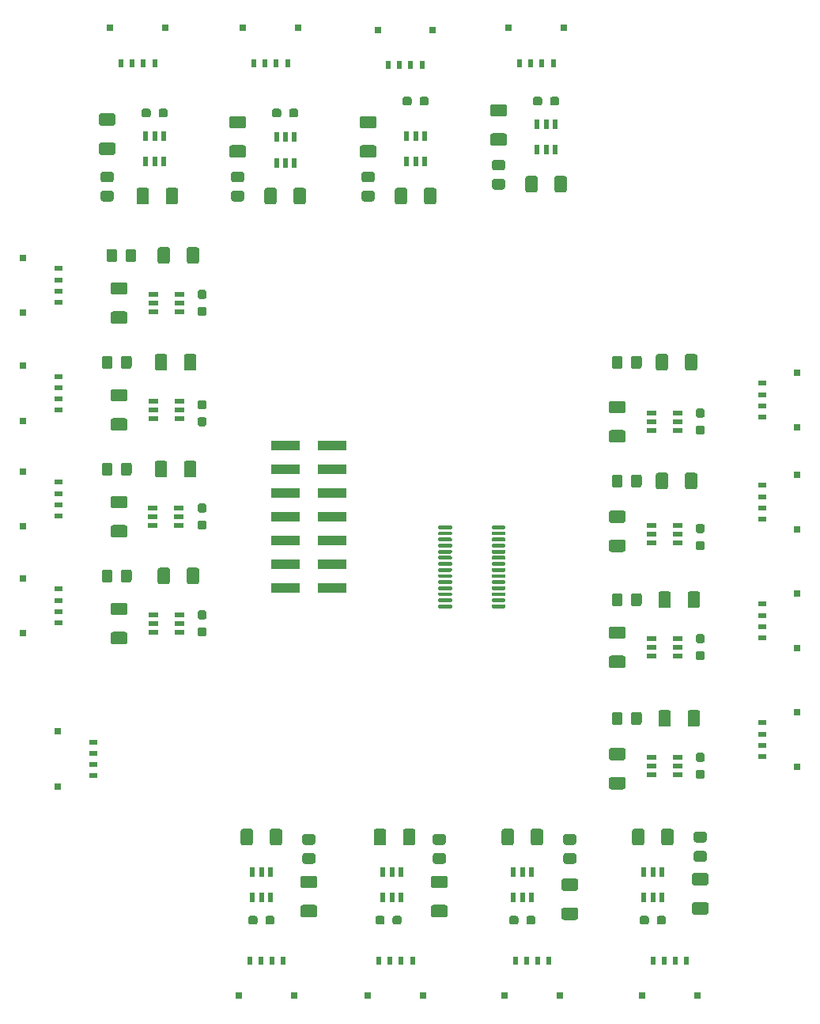
<source format=gbr>
%TF.GenerationSoftware,KiCad,Pcbnew,(5.1.9)-1*%
%TF.CreationDate,2021-03-29T16:21:42+05:30*%
%TF.ProjectId,LightStage,4c696768-7453-4746-9167-652e6b696361,rev?*%
%TF.SameCoordinates,Original*%
%TF.FileFunction,Paste,Top*%
%TF.FilePolarity,Positive*%
%FSLAX46Y46*%
G04 Gerber Fmt 4.6, Leading zero omitted, Abs format (unit mm)*
G04 Created by KiCad (PCBNEW (5.1.9)-1) date 2021-03-29 16:21:42*
%MOMM*%
%LPD*%
G01*
G04 APERTURE LIST*
%ADD10R,0.700000X0.800000*%
%ADD11R,0.600000X0.850000*%
%ADD12R,0.800000X0.700000*%
%ADD13R,0.850000X0.600000*%
%ADD14R,3.150000X1.000000*%
%ADD15R,0.558000X0.997699*%
%ADD16R,0.997699X0.558000*%
G04 APERTURE END LIST*
D10*
%TO.C,J5*%
X43001999Y-43468999D03*
X48902000Y-43468999D03*
D11*
X44152000Y-47244000D03*
X45352000Y-47244000D03*
X46552000Y-47244000D03*
X47752000Y-47244000D03*
%TD*%
D12*
%TO.C,J9*%
X116551001Y-91261999D03*
X116551001Y-97162000D03*
D13*
X112776000Y-92412000D03*
X112776000Y-93612000D03*
X112776000Y-94812000D03*
X112776000Y-96012000D03*
%TD*%
D12*
%TO.C,J6*%
X116551001Y-80339999D03*
X116551001Y-86240000D03*
D13*
X112776000Y-81490000D03*
X112776000Y-82690000D03*
X112776000Y-83890000D03*
X112776000Y-85090000D03*
%TD*%
D10*
%TO.C,J7*%
X85673999Y-43468999D03*
X91574000Y-43468999D03*
D11*
X86824000Y-47244000D03*
X88024000Y-47244000D03*
X89224000Y-47244000D03*
X90424000Y-47244000D03*
%TD*%
D10*
%TO.C,J8*%
X71628000Y-43688000D03*
X77528001Y-43688000D03*
D11*
X72778001Y-47463001D03*
X73978001Y-47463001D03*
X75178001Y-47463001D03*
X76378001Y-47463001D03*
%TD*%
D10*
%TO.C,J4*%
X57225999Y-43468999D03*
X63126000Y-43468999D03*
D11*
X58376000Y-47244000D03*
X59576000Y-47244000D03*
X60776000Y-47244000D03*
X61976000Y-47244000D03*
%TD*%
D10*
%TO.C,J13*%
X62662001Y-147031001D03*
X56762000Y-147031001D03*
D11*
X61512000Y-143256000D03*
X60312000Y-143256000D03*
X59112000Y-143256000D03*
X57912000Y-143256000D03*
%TD*%
D12*
%TO.C,J20*%
X37372999Y-124638001D03*
X37372999Y-118738000D03*
D13*
X41148000Y-123488000D03*
X41148000Y-122288000D03*
X41148000Y-121088000D03*
X41148000Y-119888000D03*
%TD*%
D12*
%TO.C,J19*%
X33689999Y-73965001D03*
X33689999Y-68065000D03*
D13*
X37465000Y-72815000D03*
X37465000Y-71615000D03*
X37465000Y-70415000D03*
X37465000Y-69215000D03*
%TD*%
D12*
%TO.C,J18*%
X33689999Y-108255001D03*
X33689999Y-102355000D03*
D13*
X37465000Y-107105000D03*
X37465000Y-105905000D03*
X37465000Y-104705000D03*
X37465000Y-103505000D03*
%TD*%
D12*
%TO.C,J17*%
X33689999Y-96825001D03*
X33689999Y-90925000D03*
D13*
X37465000Y-95675000D03*
X37465000Y-94475000D03*
X37465000Y-93275000D03*
X37465000Y-92075000D03*
%TD*%
D12*
%TO.C,J16*%
X33689999Y-85522001D03*
X33689999Y-79622000D03*
D13*
X37465000Y-84372000D03*
X37465000Y-83172000D03*
X37465000Y-81972000D03*
X37465000Y-80772000D03*
%TD*%
D10*
%TO.C,J15*%
X91110001Y-147031001D03*
X85210000Y-147031001D03*
D11*
X89960000Y-143256000D03*
X88760000Y-143256000D03*
X87560000Y-143256000D03*
X86360000Y-143256000D03*
%TD*%
D10*
%TO.C,J14*%
X76505001Y-147031001D03*
X70605000Y-147031001D03*
D11*
X75355000Y-143256000D03*
X74155000Y-143256000D03*
X72955000Y-143256000D03*
X71755000Y-143256000D03*
%TD*%
D12*
%TO.C,J12*%
X116551001Y-103961999D03*
X116551001Y-109862000D03*
D13*
X112776000Y-105112000D03*
X112776000Y-106312000D03*
X112776000Y-107512000D03*
X112776000Y-108712000D03*
%TD*%
D12*
%TO.C,J11*%
X116551001Y-116661999D03*
X116551001Y-122562000D03*
D13*
X112776000Y-117812000D03*
X112776000Y-119012000D03*
X112776000Y-120212000D03*
X112776000Y-121412000D03*
%TD*%
D10*
%TO.C,J10*%
X105842001Y-147031001D03*
X99942000Y-147031001D03*
D11*
X104692000Y-143256000D03*
X103492000Y-143256000D03*
X102292000Y-143256000D03*
X101092000Y-143256000D03*
%TD*%
D14*
%TO.C,J1*%
X66787000Y-103378000D03*
X61737000Y-103378000D03*
X66787000Y-100838000D03*
X61737000Y-100838000D03*
X66787000Y-98298000D03*
X61737000Y-98298000D03*
X66787000Y-95758000D03*
X61737000Y-95758000D03*
X66787000Y-93218000D03*
X61737000Y-93218000D03*
X66787000Y-90678000D03*
X61737000Y-90678000D03*
X66787000Y-88138000D03*
X61737000Y-88138000D03*
%TD*%
%TO.C,R19*%
G36*
G01*
X106409500Y-85173000D02*
X105934500Y-85173000D01*
G75*
G02*
X105697000Y-84935500I0J237500D01*
G01*
X105697000Y-84435500D01*
G75*
G02*
X105934500Y-84198000I237500J0D01*
G01*
X106409500Y-84198000D01*
G75*
G02*
X106647000Y-84435500I0J-237500D01*
G01*
X106647000Y-84935500D01*
G75*
G02*
X106409500Y-85173000I-237500J0D01*
G01*
G37*
G36*
G01*
X106409500Y-86998000D02*
X105934500Y-86998000D01*
G75*
G02*
X105697000Y-86760500I0J237500D01*
G01*
X105697000Y-86260500D01*
G75*
G02*
X105934500Y-86023000I237500J0D01*
G01*
X106409500Y-86023000D01*
G75*
G02*
X106647000Y-86260500I0J-237500D01*
G01*
X106647000Y-86760500D01*
G75*
G02*
X106409500Y-86998000I-237500J0D01*
G01*
G37*
%TD*%
%TO.C,R18*%
G36*
G01*
X106409500Y-97515500D02*
X105934500Y-97515500D01*
G75*
G02*
X105697000Y-97278000I0J237500D01*
G01*
X105697000Y-96778000D01*
G75*
G02*
X105934500Y-96540500I237500J0D01*
G01*
X106409500Y-96540500D01*
G75*
G02*
X106647000Y-96778000I0J-237500D01*
G01*
X106647000Y-97278000D01*
G75*
G02*
X106409500Y-97515500I-237500J0D01*
G01*
G37*
G36*
G01*
X106409500Y-99340500D02*
X105934500Y-99340500D01*
G75*
G02*
X105697000Y-99103000I0J237500D01*
G01*
X105697000Y-98603000D01*
G75*
G02*
X105934500Y-98365500I237500J0D01*
G01*
X106409500Y-98365500D01*
G75*
G02*
X106647000Y-98603000I0J-237500D01*
G01*
X106647000Y-99103000D01*
G75*
G02*
X106409500Y-99340500I-237500J0D01*
G01*
G37*
%TD*%
%TO.C,R17*%
G36*
G01*
X61297000Y-52340500D02*
X61297000Y-52815500D01*
G75*
G02*
X61059500Y-53053000I-237500J0D01*
G01*
X60559500Y-53053000D01*
G75*
G02*
X60322000Y-52815500I0J237500D01*
G01*
X60322000Y-52340500D01*
G75*
G02*
X60559500Y-52103000I237500J0D01*
G01*
X61059500Y-52103000D01*
G75*
G02*
X61297000Y-52340500I0J-237500D01*
G01*
G37*
G36*
G01*
X63122000Y-52340500D02*
X63122000Y-52815500D01*
G75*
G02*
X62884500Y-53053000I-237500J0D01*
G01*
X62384500Y-53053000D01*
G75*
G02*
X62147000Y-52815500I0J237500D01*
G01*
X62147000Y-52340500D01*
G75*
G02*
X62384500Y-52103000I237500J0D01*
G01*
X62884500Y-52103000D01*
G75*
G02*
X63122000Y-52340500I0J-237500D01*
G01*
G37*
%TD*%
%TO.C,R16*%
G36*
G01*
X75267000Y-51070500D02*
X75267000Y-51545500D01*
G75*
G02*
X75029500Y-51783000I-237500J0D01*
G01*
X74529500Y-51783000D01*
G75*
G02*
X74292000Y-51545500I0J237500D01*
G01*
X74292000Y-51070500D01*
G75*
G02*
X74529500Y-50833000I237500J0D01*
G01*
X75029500Y-50833000D01*
G75*
G02*
X75267000Y-51070500I0J-237500D01*
G01*
G37*
G36*
G01*
X77092000Y-51070500D02*
X77092000Y-51545500D01*
G75*
G02*
X76854500Y-51783000I-237500J0D01*
G01*
X76354500Y-51783000D01*
G75*
G02*
X76117000Y-51545500I0J237500D01*
G01*
X76117000Y-51070500D01*
G75*
G02*
X76354500Y-50833000I237500J0D01*
G01*
X76854500Y-50833000D01*
G75*
G02*
X77092000Y-51070500I0J-237500D01*
G01*
G37*
%TD*%
%TO.C,R15*%
G36*
G01*
X89237000Y-51070500D02*
X89237000Y-51545500D01*
G75*
G02*
X88999500Y-51783000I-237500J0D01*
G01*
X88499500Y-51783000D01*
G75*
G02*
X88262000Y-51545500I0J237500D01*
G01*
X88262000Y-51070500D01*
G75*
G02*
X88499500Y-50833000I237500J0D01*
G01*
X88999500Y-50833000D01*
G75*
G02*
X89237000Y-51070500I0J-237500D01*
G01*
G37*
G36*
G01*
X91062000Y-51070500D02*
X91062000Y-51545500D01*
G75*
G02*
X90824500Y-51783000I-237500J0D01*
G01*
X90324500Y-51783000D01*
G75*
G02*
X90087000Y-51545500I0J237500D01*
G01*
X90087000Y-51070500D01*
G75*
G02*
X90324500Y-50833000I237500J0D01*
G01*
X90824500Y-50833000D01*
G75*
G02*
X91062000Y-51070500I0J-237500D01*
G01*
G37*
%TD*%
%TO.C,R14*%
G36*
G01*
X47327000Y-52340500D02*
X47327000Y-52815500D01*
G75*
G02*
X47089500Y-53053000I-237500J0D01*
G01*
X46589500Y-53053000D01*
G75*
G02*
X46352000Y-52815500I0J237500D01*
G01*
X46352000Y-52340500D01*
G75*
G02*
X46589500Y-52103000I237500J0D01*
G01*
X47089500Y-52103000D01*
G75*
G02*
X47327000Y-52340500I0J-237500D01*
G01*
G37*
G36*
G01*
X49152000Y-52340500D02*
X49152000Y-52815500D01*
G75*
G02*
X48914500Y-53053000I-237500J0D01*
G01*
X48414500Y-53053000D01*
G75*
G02*
X48177000Y-52815500I0J237500D01*
G01*
X48177000Y-52340500D01*
G75*
G02*
X48414500Y-52103000I237500J0D01*
G01*
X48914500Y-52103000D01*
G75*
G02*
X49152000Y-52340500I0J-237500D01*
G01*
G37*
%TD*%
%TO.C,R13*%
G36*
G01*
X106409500Y-109303000D02*
X105934500Y-109303000D01*
G75*
G02*
X105697000Y-109065500I0J237500D01*
G01*
X105697000Y-108565500D01*
G75*
G02*
X105934500Y-108328000I237500J0D01*
G01*
X106409500Y-108328000D01*
G75*
G02*
X106647000Y-108565500I0J-237500D01*
G01*
X106647000Y-109065500D01*
G75*
G02*
X106409500Y-109303000I-237500J0D01*
G01*
G37*
G36*
G01*
X106409500Y-111128000D02*
X105934500Y-111128000D01*
G75*
G02*
X105697000Y-110890500I0J237500D01*
G01*
X105697000Y-110390500D01*
G75*
G02*
X105934500Y-110153000I237500J0D01*
G01*
X106409500Y-110153000D01*
G75*
G02*
X106647000Y-110390500I0J-237500D01*
G01*
X106647000Y-110890500D01*
G75*
G02*
X106409500Y-111128000I-237500J0D01*
G01*
G37*
%TD*%
%TO.C,R12*%
G36*
G01*
X106409500Y-122003000D02*
X105934500Y-122003000D01*
G75*
G02*
X105697000Y-121765500I0J237500D01*
G01*
X105697000Y-121265500D01*
G75*
G02*
X105934500Y-121028000I237500J0D01*
G01*
X106409500Y-121028000D01*
G75*
G02*
X106647000Y-121265500I0J-237500D01*
G01*
X106647000Y-121765500D01*
G75*
G02*
X106409500Y-122003000I-237500J0D01*
G01*
G37*
G36*
G01*
X106409500Y-123828000D02*
X105934500Y-123828000D01*
G75*
G02*
X105697000Y-123590500I0J237500D01*
G01*
X105697000Y-123090500D01*
G75*
G02*
X105934500Y-122853000I237500J0D01*
G01*
X106409500Y-122853000D01*
G75*
G02*
X106647000Y-123090500I0J-237500D01*
G01*
X106647000Y-123590500D01*
G75*
G02*
X106409500Y-123828000I-237500J0D01*
G01*
G37*
%TD*%
%TO.C,R11*%
G36*
G01*
X87547000Y-139175500D02*
X87547000Y-138700500D01*
G75*
G02*
X87784500Y-138463000I237500J0D01*
G01*
X88284500Y-138463000D01*
G75*
G02*
X88522000Y-138700500I0J-237500D01*
G01*
X88522000Y-139175500D01*
G75*
G02*
X88284500Y-139413000I-237500J0D01*
G01*
X87784500Y-139413000D01*
G75*
G02*
X87547000Y-139175500I0J237500D01*
G01*
G37*
G36*
G01*
X85722000Y-139175500D02*
X85722000Y-138700500D01*
G75*
G02*
X85959500Y-138463000I237500J0D01*
G01*
X86459500Y-138463000D01*
G75*
G02*
X86697000Y-138700500I0J-237500D01*
G01*
X86697000Y-139175500D01*
G75*
G02*
X86459500Y-139413000I-237500J0D01*
G01*
X85959500Y-139413000D01*
G75*
G02*
X85722000Y-139175500I0J237500D01*
G01*
G37*
%TD*%
%TO.C,R10*%
G36*
G01*
X101517000Y-139175500D02*
X101517000Y-138700500D01*
G75*
G02*
X101754500Y-138463000I237500J0D01*
G01*
X102254500Y-138463000D01*
G75*
G02*
X102492000Y-138700500I0J-237500D01*
G01*
X102492000Y-139175500D01*
G75*
G02*
X102254500Y-139413000I-237500J0D01*
G01*
X101754500Y-139413000D01*
G75*
G02*
X101517000Y-139175500I0J237500D01*
G01*
G37*
G36*
G01*
X99692000Y-139175500D02*
X99692000Y-138700500D01*
G75*
G02*
X99929500Y-138463000I237500J0D01*
G01*
X100429500Y-138463000D01*
G75*
G02*
X100667000Y-138700500I0J-237500D01*
G01*
X100667000Y-139175500D01*
G75*
G02*
X100429500Y-139413000I-237500J0D01*
G01*
X99929500Y-139413000D01*
G75*
G02*
X99692000Y-139175500I0J237500D01*
G01*
G37*
%TD*%
%TO.C,L16*%
G36*
G01*
X98757000Y-79698001D02*
X98757000Y-78797999D01*
G75*
G02*
X99006999Y-78548000I249999J0D01*
G01*
X99657001Y-78548000D01*
G75*
G02*
X99907000Y-78797999I0J-249999D01*
G01*
X99907000Y-79698001D01*
G75*
G02*
X99657001Y-79948000I-249999J0D01*
G01*
X99006999Y-79948000D01*
G75*
G02*
X98757000Y-79698001I0J249999D01*
G01*
G37*
G36*
G01*
X96707000Y-79698001D02*
X96707000Y-78797999D01*
G75*
G02*
X96956999Y-78548000I249999J0D01*
G01*
X97607001Y-78548000D01*
G75*
G02*
X97857000Y-78797999I0J-249999D01*
G01*
X97857000Y-79698001D01*
G75*
G02*
X97607001Y-79948000I-249999J0D01*
G01*
X96956999Y-79948000D01*
G75*
G02*
X96707000Y-79698001I0J249999D01*
G01*
G37*
%TD*%
%TO.C,L15*%
G36*
G01*
X98757000Y-92398001D02*
X98757000Y-91497999D01*
G75*
G02*
X99006999Y-91248000I249999J0D01*
G01*
X99657001Y-91248000D01*
G75*
G02*
X99907000Y-91497999I0J-249999D01*
G01*
X99907000Y-92398001D01*
G75*
G02*
X99657001Y-92648000I-249999J0D01*
G01*
X99006999Y-92648000D01*
G75*
G02*
X98757000Y-92398001I0J249999D01*
G01*
G37*
G36*
G01*
X96707000Y-92398001D02*
X96707000Y-91497999D01*
G75*
G02*
X96956999Y-91248000I249999J0D01*
G01*
X97607001Y-91248000D01*
G75*
G02*
X97857000Y-91497999I0J-249999D01*
G01*
X97857000Y-92398001D01*
G75*
G02*
X97607001Y-92648000I-249999J0D01*
G01*
X96956999Y-92648000D01*
G75*
G02*
X96707000Y-92398001I0J249999D01*
G01*
G37*
%TD*%
%TO.C,L14*%
G36*
G01*
X57092001Y-59993000D02*
X56191999Y-59993000D01*
G75*
G02*
X55942000Y-59743001I0J249999D01*
G01*
X55942000Y-59092999D01*
G75*
G02*
X56191999Y-58843000I249999J0D01*
G01*
X57092001Y-58843000D01*
G75*
G02*
X57342000Y-59092999I0J-249999D01*
G01*
X57342000Y-59743001D01*
G75*
G02*
X57092001Y-59993000I-249999J0D01*
G01*
G37*
G36*
G01*
X57092001Y-62043000D02*
X56191999Y-62043000D01*
G75*
G02*
X55942000Y-61793001I0J249999D01*
G01*
X55942000Y-61142999D01*
G75*
G02*
X56191999Y-60893000I249999J0D01*
G01*
X57092001Y-60893000D01*
G75*
G02*
X57342000Y-61142999I0J-249999D01*
G01*
X57342000Y-61793001D01*
G75*
G02*
X57092001Y-62043000I-249999J0D01*
G01*
G37*
%TD*%
%TO.C,L13*%
G36*
G01*
X71062001Y-59993000D02*
X70161999Y-59993000D01*
G75*
G02*
X69912000Y-59743001I0J249999D01*
G01*
X69912000Y-59092999D01*
G75*
G02*
X70161999Y-58843000I249999J0D01*
G01*
X71062001Y-58843000D01*
G75*
G02*
X71312000Y-59092999I0J-249999D01*
G01*
X71312000Y-59743001D01*
G75*
G02*
X71062001Y-59993000I-249999J0D01*
G01*
G37*
G36*
G01*
X71062001Y-62043000D02*
X70161999Y-62043000D01*
G75*
G02*
X69912000Y-61793001I0J249999D01*
G01*
X69912000Y-61142999D01*
G75*
G02*
X70161999Y-60893000I249999J0D01*
G01*
X71062001Y-60893000D01*
G75*
G02*
X71312000Y-61142999I0J-249999D01*
G01*
X71312000Y-61793001D01*
G75*
G02*
X71062001Y-62043000I-249999J0D01*
G01*
G37*
%TD*%
%TO.C,L12*%
G36*
G01*
X85032001Y-58723000D02*
X84131999Y-58723000D01*
G75*
G02*
X83882000Y-58473001I0J249999D01*
G01*
X83882000Y-57822999D01*
G75*
G02*
X84131999Y-57573000I249999J0D01*
G01*
X85032001Y-57573000D01*
G75*
G02*
X85282000Y-57822999I0J-249999D01*
G01*
X85282000Y-58473001D01*
G75*
G02*
X85032001Y-58723000I-249999J0D01*
G01*
G37*
G36*
G01*
X85032001Y-60773000D02*
X84131999Y-60773000D01*
G75*
G02*
X83882000Y-60523001I0J249999D01*
G01*
X83882000Y-59872999D01*
G75*
G02*
X84131999Y-59623000I249999J0D01*
G01*
X85032001Y-59623000D01*
G75*
G02*
X85282000Y-59872999I0J-249999D01*
G01*
X85282000Y-60523001D01*
G75*
G02*
X85032001Y-60773000I-249999J0D01*
G01*
G37*
%TD*%
%TO.C,L11*%
G36*
G01*
X43122001Y-59993000D02*
X42221999Y-59993000D01*
G75*
G02*
X41972000Y-59743001I0J249999D01*
G01*
X41972000Y-59092999D01*
G75*
G02*
X42221999Y-58843000I249999J0D01*
G01*
X43122001Y-58843000D01*
G75*
G02*
X43372000Y-59092999I0J-249999D01*
G01*
X43372000Y-59743001D01*
G75*
G02*
X43122001Y-59993000I-249999J0D01*
G01*
G37*
G36*
G01*
X43122001Y-62043000D02*
X42221999Y-62043000D01*
G75*
G02*
X41972000Y-61793001I0J249999D01*
G01*
X41972000Y-61142999D01*
G75*
G02*
X42221999Y-60893000I249999J0D01*
G01*
X43122001Y-60893000D01*
G75*
G02*
X43372000Y-61142999I0J-249999D01*
G01*
X43372000Y-61793001D01*
G75*
G02*
X43122001Y-62043000I-249999J0D01*
G01*
G37*
%TD*%
%TO.C,L10*%
G36*
G01*
X98757000Y-105098001D02*
X98757000Y-104197999D01*
G75*
G02*
X99006999Y-103948000I249999J0D01*
G01*
X99657001Y-103948000D01*
G75*
G02*
X99907000Y-104197999I0J-249999D01*
G01*
X99907000Y-105098001D01*
G75*
G02*
X99657001Y-105348000I-249999J0D01*
G01*
X99006999Y-105348000D01*
G75*
G02*
X98757000Y-105098001I0J249999D01*
G01*
G37*
G36*
G01*
X96707000Y-105098001D02*
X96707000Y-104197999D01*
G75*
G02*
X96956999Y-103948000I249999J0D01*
G01*
X97607001Y-103948000D01*
G75*
G02*
X97857000Y-104197999I0J-249999D01*
G01*
X97857000Y-105098001D01*
G75*
G02*
X97607001Y-105348000I-249999J0D01*
G01*
X96956999Y-105348000D01*
G75*
G02*
X96707000Y-105098001I0J249999D01*
G01*
G37*
%TD*%
%TO.C,L9*%
G36*
G01*
X98757000Y-117798001D02*
X98757000Y-116897999D01*
G75*
G02*
X99006999Y-116648000I249999J0D01*
G01*
X99657001Y-116648000D01*
G75*
G02*
X99907000Y-116897999I0J-249999D01*
G01*
X99907000Y-117798001D01*
G75*
G02*
X99657001Y-118048000I-249999J0D01*
G01*
X99006999Y-118048000D01*
G75*
G02*
X98757000Y-117798001I0J249999D01*
G01*
G37*
G36*
G01*
X96707000Y-117798001D02*
X96707000Y-116897999D01*
G75*
G02*
X96956999Y-116648000I249999J0D01*
G01*
X97607001Y-116648000D01*
G75*
G02*
X97857000Y-116897999I0J-249999D01*
G01*
X97857000Y-117798001D01*
G75*
G02*
X97607001Y-118048000I-249999J0D01*
G01*
X96956999Y-118048000D01*
G75*
G02*
X96707000Y-117798001I0J249999D01*
G01*
G37*
%TD*%
%TO.C,L8*%
G36*
G01*
X91751999Y-131768000D02*
X92652001Y-131768000D01*
G75*
G02*
X92902000Y-132017999I0J-249999D01*
G01*
X92902000Y-132668001D01*
G75*
G02*
X92652001Y-132918000I-249999J0D01*
G01*
X91751999Y-132918000D01*
G75*
G02*
X91502000Y-132668001I0J249999D01*
G01*
X91502000Y-132017999D01*
G75*
G02*
X91751999Y-131768000I249999J0D01*
G01*
G37*
G36*
G01*
X91751999Y-129718000D02*
X92652001Y-129718000D01*
G75*
G02*
X92902000Y-129967999I0J-249999D01*
G01*
X92902000Y-130618001D01*
G75*
G02*
X92652001Y-130868000I-249999J0D01*
G01*
X91751999Y-130868000D01*
G75*
G02*
X91502000Y-130618001I0J249999D01*
G01*
X91502000Y-129967999D01*
G75*
G02*
X91751999Y-129718000I249999J0D01*
G01*
G37*
%TD*%
%TO.C,L7*%
G36*
G01*
X105721999Y-131523000D02*
X106622001Y-131523000D01*
G75*
G02*
X106872000Y-131772999I0J-249999D01*
G01*
X106872000Y-132423001D01*
G75*
G02*
X106622001Y-132673000I-249999J0D01*
G01*
X105721999Y-132673000D01*
G75*
G02*
X105472000Y-132423001I0J249999D01*
G01*
X105472000Y-131772999D01*
G75*
G02*
X105721999Y-131523000I249999J0D01*
G01*
G37*
G36*
G01*
X105721999Y-129473000D02*
X106622001Y-129473000D01*
G75*
G02*
X106872000Y-129722999I0J-249999D01*
G01*
X106872000Y-130373001D01*
G75*
G02*
X106622001Y-130623000I-249999J0D01*
G01*
X105721999Y-130623000D01*
G75*
G02*
X105472000Y-130373001I0J249999D01*
G01*
X105472000Y-129722999D01*
G75*
G02*
X105721999Y-129473000I249999J0D01*
G01*
G37*
%TD*%
%TO.C,C39*%
G36*
G01*
X104532000Y-79898001D02*
X104532000Y-78597999D01*
G75*
G02*
X104781999Y-78348000I249999J0D01*
G01*
X105607001Y-78348000D01*
G75*
G02*
X105857000Y-78597999I0J-249999D01*
G01*
X105857000Y-79898001D01*
G75*
G02*
X105607001Y-80148000I-249999J0D01*
G01*
X104781999Y-80148000D01*
G75*
G02*
X104532000Y-79898001I0J249999D01*
G01*
G37*
G36*
G01*
X101407000Y-79898001D02*
X101407000Y-78597999D01*
G75*
G02*
X101656999Y-78348000I249999J0D01*
G01*
X102482001Y-78348000D01*
G75*
G02*
X102732000Y-78597999I0J-249999D01*
G01*
X102732000Y-79898001D01*
G75*
G02*
X102482001Y-80148000I-249999J0D01*
G01*
X101656999Y-80148000D01*
G75*
G02*
X101407000Y-79898001I0J249999D01*
G01*
G37*
%TD*%
%TO.C,C38*%
G36*
G01*
X104532000Y-92598001D02*
X104532000Y-91297999D01*
G75*
G02*
X104781999Y-91048000I249999J0D01*
G01*
X105607001Y-91048000D01*
G75*
G02*
X105857000Y-91297999I0J-249999D01*
G01*
X105857000Y-92598001D01*
G75*
G02*
X105607001Y-92848000I-249999J0D01*
G01*
X104781999Y-92848000D01*
G75*
G02*
X104532000Y-92598001I0J249999D01*
G01*
G37*
G36*
G01*
X101407000Y-92598001D02*
X101407000Y-91297999D01*
G75*
G02*
X101656999Y-91048000I249999J0D01*
G01*
X102482001Y-91048000D01*
G75*
G02*
X102732000Y-91297999I0J-249999D01*
G01*
X102732000Y-92598001D01*
G75*
G02*
X102482001Y-92848000I-249999J0D01*
G01*
X101656999Y-92848000D01*
G75*
G02*
X101407000Y-92598001I0J249999D01*
G01*
G37*
%TD*%
%TO.C,C37*%
G36*
G01*
X57292001Y-54218000D02*
X55991999Y-54218000D01*
G75*
G02*
X55742000Y-53968001I0J249999D01*
G01*
X55742000Y-53142999D01*
G75*
G02*
X55991999Y-52893000I249999J0D01*
G01*
X57292001Y-52893000D01*
G75*
G02*
X57542000Y-53142999I0J-249999D01*
G01*
X57542000Y-53968001D01*
G75*
G02*
X57292001Y-54218000I-249999J0D01*
G01*
G37*
G36*
G01*
X57292001Y-57343000D02*
X55991999Y-57343000D01*
G75*
G02*
X55742000Y-57093001I0J249999D01*
G01*
X55742000Y-56267999D01*
G75*
G02*
X55991999Y-56018000I249999J0D01*
G01*
X57292001Y-56018000D01*
G75*
G02*
X57542000Y-56267999I0J-249999D01*
G01*
X57542000Y-57093001D01*
G75*
G02*
X57292001Y-57343000I-249999J0D01*
G01*
G37*
%TD*%
%TO.C,C36*%
G36*
G01*
X71262001Y-54218000D02*
X69961999Y-54218000D01*
G75*
G02*
X69712000Y-53968001I0J249999D01*
G01*
X69712000Y-53142999D01*
G75*
G02*
X69961999Y-52893000I249999J0D01*
G01*
X71262001Y-52893000D01*
G75*
G02*
X71512000Y-53142999I0J-249999D01*
G01*
X71512000Y-53968001D01*
G75*
G02*
X71262001Y-54218000I-249999J0D01*
G01*
G37*
G36*
G01*
X71262001Y-57343000D02*
X69961999Y-57343000D01*
G75*
G02*
X69712000Y-57093001I0J249999D01*
G01*
X69712000Y-56267999D01*
G75*
G02*
X69961999Y-56018000I249999J0D01*
G01*
X71262001Y-56018000D01*
G75*
G02*
X71512000Y-56267999I0J-249999D01*
G01*
X71512000Y-57093001D01*
G75*
G02*
X71262001Y-57343000I-249999J0D01*
G01*
G37*
%TD*%
%TO.C,C35*%
G36*
G01*
X85232001Y-52948000D02*
X83931999Y-52948000D01*
G75*
G02*
X83682000Y-52698001I0J249999D01*
G01*
X83682000Y-51872999D01*
G75*
G02*
X83931999Y-51623000I249999J0D01*
G01*
X85232001Y-51623000D01*
G75*
G02*
X85482000Y-51872999I0J-249999D01*
G01*
X85482000Y-52698001D01*
G75*
G02*
X85232001Y-52948000I-249999J0D01*
G01*
G37*
G36*
G01*
X85232001Y-56073000D02*
X83931999Y-56073000D01*
G75*
G02*
X83682000Y-55823001I0J249999D01*
G01*
X83682000Y-54997999D01*
G75*
G02*
X83931999Y-54748000I249999J0D01*
G01*
X85232001Y-54748000D01*
G75*
G02*
X85482000Y-54997999I0J-249999D01*
G01*
X85482000Y-55823001D01*
G75*
G02*
X85232001Y-56073000I-249999J0D01*
G01*
G37*
%TD*%
%TO.C,C34*%
G36*
G01*
X97932001Y-84698000D02*
X96631999Y-84698000D01*
G75*
G02*
X96382000Y-84448001I0J249999D01*
G01*
X96382000Y-83622999D01*
G75*
G02*
X96631999Y-83373000I249999J0D01*
G01*
X97932001Y-83373000D01*
G75*
G02*
X98182000Y-83622999I0J-249999D01*
G01*
X98182000Y-84448001D01*
G75*
G02*
X97932001Y-84698000I-249999J0D01*
G01*
G37*
G36*
G01*
X97932001Y-87823000D02*
X96631999Y-87823000D01*
G75*
G02*
X96382000Y-87573001I0J249999D01*
G01*
X96382000Y-86747999D01*
G75*
G02*
X96631999Y-86498000I249999J0D01*
G01*
X97932001Y-86498000D01*
G75*
G02*
X98182000Y-86747999I0J-249999D01*
G01*
X98182000Y-87573001D01*
G75*
G02*
X97932001Y-87823000I-249999J0D01*
G01*
G37*
%TD*%
%TO.C,C33*%
G36*
G01*
X97932001Y-96420500D02*
X96631999Y-96420500D01*
G75*
G02*
X96382000Y-96170501I0J249999D01*
G01*
X96382000Y-95345499D01*
G75*
G02*
X96631999Y-95095500I249999J0D01*
G01*
X97932001Y-95095500D01*
G75*
G02*
X98182000Y-95345499I0J-249999D01*
G01*
X98182000Y-96170501D01*
G75*
G02*
X97932001Y-96420500I-249999J0D01*
G01*
G37*
G36*
G01*
X97932001Y-99545500D02*
X96631999Y-99545500D01*
G75*
G02*
X96382000Y-99295501I0J249999D01*
G01*
X96382000Y-98470499D01*
G75*
G02*
X96631999Y-98220500I249999J0D01*
G01*
X97932001Y-98220500D01*
G75*
G02*
X98182000Y-98470499I0J-249999D01*
G01*
X98182000Y-99295501D01*
G75*
G02*
X97932001Y-99545500I-249999J0D01*
G01*
G37*
%TD*%
%TO.C,C32*%
G36*
G01*
X60822000Y-60817999D02*
X60822000Y-62118001D01*
G75*
G02*
X60572001Y-62368000I-249999J0D01*
G01*
X59746999Y-62368000D01*
G75*
G02*
X59497000Y-62118001I0J249999D01*
G01*
X59497000Y-60817999D01*
G75*
G02*
X59746999Y-60568000I249999J0D01*
G01*
X60572001Y-60568000D01*
G75*
G02*
X60822000Y-60817999I0J-249999D01*
G01*
G37*
G36*
G01*
X63947000Y-60817999D02*
X63947000Y-62118001D01*
G75*
G02*
X63697001Y-62368000I-249999J0D01*
G01*
X62871999Y-62368000D01*
G75*
G02*
X62622000Y-62118001I0J249999D01*
G01*
X62622000Y-60817999D01*
G75*
G02*
X62871999Y-60568000I249999J0D01*
G01*
X63697001Y-60568000D01*
G75*
G02*
X63947000Y-60817999I0J-249999D01*
G01*
G37*
%TD*%
%TO.C,C31*%
G36*
G01*
X74792000Y-60817999D02*
X74792000Y-62118001D01*
G75*
G02*
X74542001Y-62368000I-249999J0D01*
G01*
X73716999Y-62368000D01*
G75*
G02*
X73467000Y-62118001I0J249999D01*
G01*
X73467000Y-60817999D01*
G75*
G02*
X73716999Y-60568000I249999J0D01*
G01*
X74542001Y-60568000D01*
G75*
G02*
X74792000Y-60817999I0J-249999D01*
G01*
G37*
G36*
G01*
X77917000Y-60817999D02*
X77917000Y-62118001D01*
G75*
G02*
X77667001Y-62368000I-249999J0D01*
G01*
X76841999Y-62368000D01*
G75*
G02*
X76592000Y-62118001I0J249999D01*
G01*
X76592000Y-60817999D01*
G75*
G02*
X76841999Y-60568000I249999J0D01*
G01*
X77667001Y-60568000D01*
G75*
G02*
X77917000Y-60817999I0J-249999D01*
G01*
G37*
%TD*%
%TO.C,C30*%
G36*
G01*
X88762000Y-59547999D02*
X88762000Y-60848001D01*
G75*
G02*
X88512001Y-61098000I-249999J0D01*
G01*
X87686999Y-61098000D01*
G75*
G02*
X87437000Y-60848001I0J249999D01*
G01*
X87437000Y-59547999D01*
G75*
G02*
X87686999Y-59298000I249999J0D01*
G01*
X88512001Y-59298000D01*
G75*
G02*
X88762000Y-59547999I0J-249999D01*
G01*
G37*
G36*
G01*
X91887000Y-59547999D02*
X91887000Y-60848001D01*
G75*
G02*
X91637001Y-61098000I-249999J0D01*
G01*
X90811999Y-61098000D01*
G75*
G02*
X90562000Y-60848001I0J249999D01*
G01*
X90562000Y-59547999D01*
G75*
G02*
X90811999Y-59298000I249999J0D01*
G01*
X91637001Y-59298000D01*
G75*
G02*
X91887000Y-59547999I0J-249999D01*
G01*
G37*
%TD*%
%TO.C,C29*%
G36*
G01*
X43322001Y-53925500D02*
X42021999Y-53925500D01*
G75*
G02*
X41772000Y-53675501I0J249999D01*
G01*
X41772000Y-52850499D01*
G75*
G02*
X42021999Y-52600500I249999J0D01*
G01*
X43322001Y-52600500D01*
G75*
G02*
X43572000Y-52850499I0J-249999D01*
G01*
X43572000Y-53675501D01*
G75*
G02*
X43322001Y-53925500I-249999J0D01*
G01*
G37*
G36*
G01*
X43322001Y-57050500D02*
X42021999Y-57050500D01*
G75*
G02*
X41772000Y-56800501I0J249999D01*
G01*
X41772000Y-55975499D01*
G75*
G02*
X42021999Y-55725500I249999J0D01*
G01*
X43322001Y-55725500D01*
G75*
G02*
X43572000Y-55975499I0J-249999D01*
G01*
X43572000Y-56800501D01*
G75*
G02*
X43322001Y-57050500I-249999J0D01*
G01*
G37*
%TD*%
%TO.C,C28*%
G36*
G01*
X104824500Y-105298001D02*
X104824500Y-103997999D01*
G75*
G02*
X105074499Y-103748000I249999J0D01*
G01*
X105899501Y-103748000D01*
G75*
G02*
X106149500Y-103997999I0J-249999D01*
G01*
X106149500Y-105298001D01*
G75*
G02*
X105899501Y-105548000I-249999J0D01*
G01*
X105074499Y-105548000D01*
G75*
G02*
X104824500Y-105298001I0J249999D01*
G01*
G37*
G36*
G01*
X101699500Y-105298001D02*
X101699500Y-103997999D01*
G75*
G02*
X101949499Y-103748000I249999J0D01*
G01*
X102774501Y-103748000D01*
G75*
G02*
X103024500Y-103997999I0J-249999D01*
G01*
X103024500Y-105298001D01*
G75*
G02*
X102774501Y-105548000I-249999J0D01*
G01*
X101949499Y-105548000D01*
G75*
G02*
X101699500Y-105298001I0J249999D01*
G01*
G37*
%TD*%
%TO.C,C27*%
G36*
G01*
X104824500Y-117998001D02*
X104824500Y-116697999D01*
G75*
G02*
X105074499Y-116448000I249999J0D01*
G01*
X105899501Y-116448000D01*
G75*
G02*
X106149500Y-116697999I0J-249999D01*
G01*
X106149500Y-117998001D01*
G75*
G02*
X105899501Y-118248000I-249999J0D01*
G01*
X105074499Y-118248000D01*
G75*
G02*
X104824500Y-117998001I0J249999D01*
G01*
G37*
G36*
G01*
X101699500Y-117998001D02*
X101699500Y-116697999D01*
G75*
G02*
X101949499Y-116448000I249999J0D01*
G01*
X102774501Y-116448000D01*
G75*
G02*
X103024500Y-116697999I0J-249999D01*
G01*
X103024500Y-117998001D01*
G75*
G02*
X102774501Y-118248000I-249999J0D01*
G01*
X101949499Y-118248000D01*
G75*
G02*
X101699500Y-117998001I0J249999D01*
G01*
G37*
%TD*%
%TO.C,C26*%
G36*
G01*
X92852001Y-135790500D02*
X91551999Y-135790500D01*
G75*
G02*
X91302000Y-135540501I0J249999D01*
G01*
X91302000Y-134715499D01*
G75*
G02*
X91551999Y-134465500I249999J0D01*
G01*
X92852001Y-134465500D01*
G75*
G02*
X93102000Y-134715499I0J-249999D01*
G01*
X93102000Y-135540501D01*
G75*
G02*
X92852001Y-135790500I-249999J0D01*
G01*
G37*
G36*
G01*
X92852001Y-138915500D02*
X91551999Y-138915500D01*
G75*
G02*
X91302000Y-138665501I0J249999D01*
G01*
X91302000Y-137840499D01*
G75*
G02*
X91551999Y-137590500I249999J0D01*
G01*
X92852001Y-137590500D01*
G75*
G02*
X93102000Y-137840499I0J-249999D01*
G01*
X93102000Y-138665501D01*
G75*
G02*
X92852001Y-138915500I-249999J0D01*
G01*
G37*
%TD*%
%TO.C,C25*%
G36*
G01*
X105521999Y-137005500D02*
X106822001Y-137005500D01*
G75*
G02*
X107072000Y-137255499I0J-249999D01*
G01*
X107072000Y-138080501D01*
G75*
G02*
X106822001Y-138330500I-249999J0D01*
G01*
X105521999Y-138330500D01*
G75*
G02*
X105272000Y-138080501I0J249999D01*
G01*
X105272000Y-137255499D01*
G75*
G02*
X105521999Y-137005500I249999J0D01*
G01*
G37*
G36*
G01*
X105521999Y-133880500D02*
X106822001Y-133880500D01*
G75*
G02*
X107072000Y-134130499I0J-249999D01*
G01*
X107072000Y-134955501D01*
G75*
G02*
X106822001Y-135205500I-249999J0D01*
G01*
X105521999Y-135205500D01*
G75*
G02*
X105272000Y-134955501I0J249999D01*
G01*
X105272000Y-134130499D01*
G75*
G02*
X105521999Y-133880500I249999J0D01*
G01*
G37*
%TD*%
%TO.C,C23*%
G36*
G01*
X47144500Y-60817999D02*
X47144500Y-62118001D01*
G75*
G02*
X46894501Y-62368000I-249999J0D01*
G01*
X46069499Y-62368000D01*
G75*
G02*
X45819500Y-62118001I0J249999D01*
G01*
X45819500Y-60817999D01*
G75*
G02*
X46069499Y-60568000I249999J0D01*
G01*
X46894501Y-60568000D01*
G75*
G02*
X47144500Y-60817999I0J-249999D01*
G01*
G37*
G36*
G01*
X50269500Y-60817999D02*
X50269500Y-62118001D01*
G75*
G02*
X50019501Y-62368000I-249999J0D01*
G01*
X49194499Y-62368000D01*
G75*
G02*
X48944500Y-62118001I0J249999D01*
G01*
X48944500Y-60817999D01*
G75*
G02*
X49194499Y-60568000I249999J0D01*
G01*
X50019501Y-60568000D01*
G75*
G02*
X50269500Y-60817999I0J-249999D01*
G01*
G37*
%TD*%
%TO.C,C22*%
G36*
G01*
X97932001Y-108828000D02*
X96631999Y-108828000D01*
G75*
G02*
X96382000Y-108578001I0J249999D01*
G01*
X96382000Y-107752999D01*
G75*
G02*
X96631999Y-107503000I249999J0D01*
G01*
X97932001Y-107503000D01*
G75*
G02*
X98182000Y-107752999I0J-249999D01*
G01*
X98182000Y-108578001D01*
G75*
G02*
X97932001Y-108828000I-249999J0D01*
G01*
G37*
G36*
G01*
X97932001Y-111953000D02*
X96631999Y-111953000D01*
G75*
G02*
X96382000Y-111703001I0J249999D01*
G01*
X96382000Y-110877999D01*
G75*
G02*
X96631999Y-110628000I249999J0D01*
G01*
X97932001Y-110628000D01*
G75*
G02*
X98182000Y-110877999I0J-249999D01*
G01*
X98182000Y-111703001D01*
G75*
G02*
X97932001Y-111953000I-249999J0D01*
G01*
G37*
%TD*%
%TO.C,C21*%
G36*
G01*
X97932001Y-121820500D02*
X96631999Y-121820500D01*
G75*
G02*
X96382000Y-121570501I0J249999D01*
G01*
X96382000Y-120745499D01*
G75*
G02*
X96631999Y-120495500I249999J0D01*
G01*
X97932001Y-120495500D01*
G75*
G02*
X98182000Y-120745499I0J-249999D01*
G01*
X98182000Y-121570501D01*
G75*
G02*
X97932001Y-121820500I-249999J0D01*
G01*
G37*
G36*
G01*
X97932001Y-124945500D02*
X96631999Y-124945500D01*
G75*
G02*
X96382000Y-124695501I0J249999D01*
G01*
X96382000Y-123870499D01*
G75*
G02*
X96631999Y-123620500I249999J0D01*
G01*
X97932001Y-123620500D01*
G75*
G02*
X98182000Y-123870499I0J-249999D01*
G01*
X98182000Y-124695501D01*
G75*
G02*
X97932001Y-124945500I-249999J0D01*
G01*
G37*
%TD*%
%TO.C,C20*%
G36*
G01*
X88022000Y-130698001D02*
X88022000Y-129397999D01*
G75*
G02*
X88271999Y-129148000I249999J0D01*
G01*
X89097001Y-129148000D01*
G75*
G02*
X89347000Y-129397999I0J-249999D01*
G01*
X89347000Y-130698001D01*
G75*
G02*
X89097001Y-130948000I-249999J0D01*
G01*
X88271999Y-130948000D01*
G75*
G02*
X88022000Y-130698001I0J249999D01*
G01*
G37*
G36*
G01*
X84897000Y-130698001D02*
X84897000Y-129397999D01*
G75*
G02*
X85146999Y-129148000I249999J0D01*
G01*
X85972001Y-129148000D01*
G75*
G02*
X86222000Y-129397999I0J-249999D01*
G01*
X86222000Y-130698001D01*
G75*
G02*
X85972001Y-130948000I-249999J0D01*
G01*
X85146999Y-130948000D01*
G75*
G02*
X84897000Y-130698001I0J249999D01*
G01*
G37*
%TD*%
%TO.C,C18*%
G36*
G01*
X101992000Y-130698001D02*
X101992000Y-129397999D01*
G75*
G02*
X102241999Y-129148000I249999J0D01*
G01*
X103067001Y-129148000D01*
G75*
G02*
X103317000Y-129397999I0J-249999D01*
G01*
X103317000Y-130698001D01*
G75*
G02*
X103067001Y-130948000I-249999J0D01*
G01*
X102241999Y-130948000D01*
G75*
G02*
X101992000Y-130698001I0J249999D01*
G01*
G37*
G36*
G01*
X98867000Y-130698001D02*
X98867000Y-129397999D01*
G75*
G02*
X99116999Y-129148000I249999J0D01*
G01*
X99942001Y-129148000D01*
G75*
G02*
X100192000Y-129397999I0J-249999D01*
G01*
X100192000Y-130698001D01*
G75*
G02*
X99942001Y-130948000I-249999J0D01*
G01*
X99116999Y-130948000D01*
G75*
G02*
X98867000Y-130698001I0J249999D01*
G01*
G37*
%TD*%
%TO.C,R5*%
G36*
G01*
X73219500Y-139175500D02*
X73219500Y-138700500D01*
G75*
G02*
X73457000Y-138463000I237500J0D01*
G01*
X73957000Y-138463000D01*
G75*
G02*
X74194500Y-138700500I0J-237500D01*
G01*
X74194500Y-139175500D01*
G75*
G02*
X73957000Y-139413000I-237500J0D01*
G01*
X73457000Y-139413000D01*
G75*
G02*
X73219500Y-139175500I0J237500D01*
G01*
G37*
G36*
G01*
X71394500Y-139175500D02*
X71394500Y-138700500D01*
G75*
G02*
X71632000Y-138463000I237500J0D01*
G01*
X72132000Y-138463000D01*
G75*
G02*
X72369500Y-138700500I0J-237500D01*
G01*
X72369500Y-139175500D01*
G75*
G02*
X72132000Y-139413000I-237500J0D01*
G01*
X71632000Y-139413000D01*
G75*
G02*
X71394500Y-139175500I0J237500D01*
G01*
G37*
%TD*%
%TO.C,R4*%
G36*
G01*
X59607000Y-139175500D02*
X59607000Y-138700500D01*
G75*
G02*
X59844500Y-138463000I237500J0D01*
G01*
X60344500Y-138463000D01*
G75*
G02*
X60582000Y-138700500I0J-237500D01*
G01*
X60582000Y-139175500D01*
G75*
G02*
X60344500Y-139413000I-237500J0D01*
G01*
X59844500Y-139413000D01*
G75*
G02*
X59607000Y-139175500I0J237500D01*
G01*
G37*
G36*
G01*
X57782000Y-139175500D02*
X57782000Y-138700500D01*
G75*
G02*
X58019500Y-138463000I237500J0D01*
G01*
X58519500Y-138463000D01*
G75*
G02*
X58757000Y-138700500I0J-237500D01*
G01*
X58757000Y-139175500D01*
G75*
G02*
X58519500Y-139413000I-237500J0D01*
G01*
X58019500Y-139413000D01*
G75*
G02*
X57782000Y-139175500I0J237500D01*
G01*
G37*
%TD*%
%TO.C,L2*%
G36*
G01*
X77781999Y-131768000D02*
X78682001Y-131768000D01*
G75*
G02*
X78932000Y-132017999I0J-249999D01*
G01*
X78932000Y-132668001D01*
G75*
G02*
X78682001Y-132918000I-249999J0D01*
G01*
X77781999Y-132918000D01*
G75*
G02*
X77532000Y-132668001I0J249999D01*
G01*
X77532000Y-132017999D01*
G75*
G02*
X77781999Y-131768000I249999J0D01*
G01*
G37*
G36*
G01*
X77781999Y-129718000D02*
X78682001Y-129718000D01*
G75*
G02*
X78932000Y-129967999I0J-249999D01*
G01*
X78932000Y-130618001D01*
G75*
G02*
X78682001Y-130868000I-249999J0D01*
G01*
X77781999Y-130868000D01*
G75*
G02*
X77532000Y-130618001I0J249999D01*
G01*
X77532000Y-129967999D01*
G75*
G02*
X77781999Y-129718000I249999J0D01*
G01*
G37*
%TD*%
%TO.C,L1*%
G36*
G01*
X63811999Y-131768000D02*
X64712001Y-131768000D01*
G75*
G02*
X64962000Y-132017999I0J-249999D01*
G01*
X64962000Y-132668001D01*
G75*
G02*
X64712001Y-132918000I-249999J0D01*
G01*
X63811999Y-132918000D01*
G75*
G02*
X63562000Y-132668001I0J249999D01*
G01*
X63562000Y-132017999D01*
G75*
G02*
X63811999Y-131768000I249999J0D01*
G01*
G37*
G36*
G01*
X63811999Y-129718000D02*
X64712001Y-129718000D01*
G75*
G02*
X64962000Y-129967999I0J-249999D01*
G01*
X64962000Y-130618001D01*
G75*
G02*
X64712001Y-130868000I-249999J0D01*
G01*
X63811999Y-130868000D01*
G75*
G02*
X63562000Y-130618001I0J249999D01*
G01*
X63562000Y-129967999D01*
G75*
G02*
X63811999Y-129718000I249999J0D01*
G01*
G37*
%TD*%
%TO.C,C9*%
G36*
G01*
X78882001Y-135498000D02*
X77581999Y-135498000D01*
G75*
G02*
X77332000Y-135248001I0J249999D01*
G01*
X77332000Y-134422999D01*
G75*
G02*
X77581999Y-134173000I249999J0D01*
G01*
X78882001Y-134173000D01*
G75*
G02*
X79132000Y-134422999I0J-249999D01*
G01*
X79132000Y-135248001D01*
G75*
G02*
X78882001Y-135498000I-249999J0D01*
G01*
G37*
G36*
G01*
X78882001Y-138623000D02*
X77581999Y-138623000D01*
G75*
G02*
X77332000Y-138373001I0J249999D01*
G01*
X77332000Y-137547999D01*
G75*
G02*
X77581999Y-137298000I249999J0D01*
G01*
X78882001Y-137298000D01*
G75*
G02*
X79132000Y-137547999I0J-249999D01*
G01*
X79132000Y-138373001D01*
G75*
G02*
X78882001Y-138623000I-249999J0D01*
G01*
G37*
%TD*%
%TO.C,C8*%
G36*
G01*
X64912001Y-135498000D02*
X63611999Y-135498000D01*
G75*
G02*
X63362000Y-135248001I0J249999D01*
G01*
X63362000Y-134422999D01*
G75*
G02*
X63611999Y-134173000I249999J0D01*
G01*
X64912001Y-134173000D01*
G75*
G02*
X65162000Y-134422999I0J-249999D01*
G01*
X65162000Y-135248001D01*
G75*
G02*
X64912001Y-135498000I-249999J0D01*
G01*
G37*
G36*
G01*
X64912001Y-138623000D02*
X63611999Y-138623000D01*
G75*
G02*
X63362000Y-138373001I0J249999D01*
G01*
X63362000Y-137547999D01*
G75*
G02*
X63611999Y-137298000I249999J0D01*
G01*
X64912001Y-137298000D01*
G75*
G02*
X65162000Y-137547999I0J-249999D01*
G01*
X65162000Y-138373001D01*
G75*
G02*
X64912001Y-138623000I-249999J0D01*
G01*
G37*
%TD*%
%TO.C,C7*%
G36*
G01*
X74344500Y-130698001D02*
X74344500Y-129397999D01*
G75*
G02*
X74594499Y-129148000I249999J0D01*
G01*
X75419501Y-129148000D01*
G75*
G02*
X75669500Y-129397999I0J-249999D01*
G01*
X75669500Y-130698001D01*
G75*
G02*
X75419501Y-130948000I-249999J0D01*
G01*
X74594499Y-130948000D01*
G75*
G02*
X74344500Y-130698001I0J249999D01*
G01*
G37*
G36*
G01*
X71219500Y-130698001D02*
X71219500Y-129397999D01*
G75*
G02*
X71469499Y-129148000I249999J0D01*
G01*
X72294501Y-129148000D01*
G75*
G02*
X72544500Y-129397999I0J-249999D01*
G01*
X72544500Y-130698001D01*
G75*
G02*
X72294501Y-130948000I-249999J0D01*
G01*
X71469499Y-130948000D01*
G75*
G02*
X71219500Y-130698001I0J249999D01*
G01*
G37*
%TD*%
%TO.C,C6*%
G36*
G01*
X60082000Y-130698001D02*
X60082000Y-129397999D01*
G75*
G02*
X60331999Y-129148000I249999J0D01*
G01*
X61157001Y-129148000D01*
G75*
G02*
X61407000Y-129397999I0J-249999D01*
G01*
X61407000Y-130698001D01*
G75*
G02*
X61157001Y-130948000I-249999J0D01*
G01*
X60331999Y-130948000D01*
G75*
G02*
X60082000Y-130698001I0J249999D01*
G01*
G37*
G36*
G01*
X56957000Y-130698001D02*
X56957000Y-129397999D01*
G75*
G02*
X57206999Y-129148000I249999J0D01*
G01*
X58032001Y-129148000D01*
G75*
G02*
X58282000Y-129397999I0J-249999D01*
G01*
X58282000Y-130698001D01*
G75*
G02*
X58032001Y-130948000I-249999J0D01*
G01*
X57206999Y-130948000D01*
G75*
G02*
X56957000Y-130698001I0J249999D01*
G01*
G37*
%TD*%
%TO.C,C16*%
G36*
G01*
X51192000Y-102758001D02*
X51192000Y-101457999D01*
G75*
G02*
X51441999Y-101208000I249999J0D01*
G01*
X52267001Y-101208000D01*
G75*
G02*
X52517000Y-101457999I0J-249999D01*
G01*
X52517000Y-102758001D01*
G75*
G02*
X52267001Y-103008000I-249999J0D01*
G01*
X51441999Y-103008000D01*
G75*
G02*
X51192000Y-102758001I0J249999D01*
G01*
G37*
G36*
G01*
X48067000Y-102758001D02*
X48067000Y-101457999D01*
G75*
G02*
X48316999Y-101208000I249999J0D01*
G01*
X49142001Y-101208000D01*
G75*
G02*
X49392000Y-101457999I0J-249999D01*
G01*
X49392000Y-102758001D01*
G75*
G02*
X49142001Y-103008000I-249999J0D01*
G01*
X48316999Y-103008000D01*
G75*
G02*
X48067000Y-102758001I0J249999D01*
G01*
G37*
%TD*%
%TO.C,C15*%
G36*
G01*
X50899500Y-79898001D02*
X50899500Y-78597999D01*
G75*
G02*
X51149499Y-78348000I249999J0D01*
G01*
X51974501Y-78348000D01*
G75*
G02*
X52224500Y-78597999I0J-249999D01*
G01*
X52224500Y-79898001D01*
G75*
G02*
X51974501Y-80148000I-249999J0D01*
G01*
X51149499Y-80148000D01*
G75*
G02*
X50899500Y-79898001I0J249999D01*
G01*
G37*
G36*
G01*
X47774500Y-79898001D02*
X47774500Y-78597999D01*
G75*
G02*
X48024499Y-78348000I249999J0D01*
G01*
X48849501Y-78348000D01*
G75*
G02*
X49099500Y-78597999I0J-249999D01*
G01*
X49099500Y-79898001D01*
G75*
G02*
X48849501Y-80148000I-249999J0D01*
G01*
X48024499Y-80148000D01*
G75*
G02*
X47774500Y-79898001I0J249999D01*
G01*
G37*
%TD*%
%TO.C,C14*%
G36*
G01*
X50899500Y-91328001D02*
X50899500Y-90027999D01*
G75*
G02*
X51149499Y-89778000I249999J0D01*
G01*
X51974501Y-89778000D01*
G75*
G02*
X52224500Y-90027999I0J-249999D01*
G01*
X52224500Y-91328001D01*
G75*
G02*
X51974501Y-91578000I-249999J0D01*
G01*
X51149499Y-91578000D01*
G75*
G02*
X50899500Y-91328001I0J249999D01*
G01*
G37*
G36*
G01*
X47774500Y-91328001D02*
X47774500Y-90027999D01*
G75*
G02*
X48024499Y-89778000I249999J0D01*
G01*
X48849501Y-89778000D01*
G75*
G02*
X49099500Y-90027999I0J-249999D01*
G01*
X49099500Y-91328001D01*
G75*
G02*
X48849501Y-91578000I-249999J0D01*
G01*
X48024499Y-91578000D01*
G75*
G02*
X47774500Y-91328001I0J249999D01*
G01*
G37*
%TD*%
%TO.C,C12*%
G36*
G01*
X44592001Y-106288000D02*
X43291999Y-106288000D01*
G75*
G02*
X43042000Y-106038001I0J249999D01*
G01*
X43042000Y-105212999D01*
G75*
G02*
X43291999Y-104963000I249999J0D01*
G01*
X44592001Y-104963000D01*
G75*
G02*
X44842000Y-105212999I0J-249999D01*
G01*
X44842000Y-106038001D01*
G75*
G02*
X44592001Y-106288000I-249999J0D01*
G01*
G37*
G36*
G01*
X44592001Y-109413000D02*
X43291999Y-109413000D01*
G75*
G02*
X43042000Y-109163001I0J249999D01*
G01*
X43042000Y-108337999D01*
G75*
G02*
X43291999Y-108088000I249999J0D01*
G01*
X44592001Y-108088000D01*
G75*
G02*
X44842000Y-108337999I0J-249999D01*
G01*
X44842000Y-109163001D01*
G75*
G02*
X44592001Y-109413000I-249999J0D01*
G01*
G37*
%TD*%
%TO.C,C11*%
G36*
G01*
X44592001Y-83428000D02*
X43291999Y-83428000D01*
G75*
G02*
X43042000Y-83178001I0J249999D01*
G01*
X43042000Y-82352999D01*
G75*
G02*
X43291999Y-82103000I249999J0D01*
G01*
X44592001Y-82103000D01*
G75*
G02*
X44842000Y-82352999I0J-249999D01*
G01*
X44842000Y-83178001D01*
G75*
G02*
X44592001Y-83428000I-249999J0D01*
G01*
G37*
G36*
G01*
X44592001Y-86553000D02*
X43291999Y-86553000D01*
G75*
G02*
X43042000Y-86303001I0J249999D01*
G01*
X43042000Y-85477999D01*
G75*
G02*
X43291999Y-85228000I249999J0D01*
G01*
X44592001Y-85228000D01*
G75*
G02*
X44842000Y-85477999I0J-249999D01*
G01*
X44842000Y-86303001D01*
G75*
G02*
X44592001Y-86553000I-249999J0D01*
G01*
G37*
%TD*%
%TO.C,C10*%
G36*
G01*
X44592001Y-94858000D02*
X43291999Y-94858000D01*
G75*
G02*
X43042000Y-94608001I0J249999D01*
G01*
X43042000Y-93782999D01*
G75*
G02*
X43291999Y-93533000I249999J0D01*
G01*
X44592001Y-93533000D01*
G75*
G02*
X44842000Y-93782999I0J-249999D01*
G01*
X44842000Y-94608001D01*
G75*
G02*
X44592001Y-94858000I-249999J0D01*
G01*
G37*
G36*
G01*
X44592001Y-97983000D02*
X43291999Y-97983000D01*
G75*
G02*
X43042000Y-97733001I0J249999D01*
G01*
X43042000Y-96907999D01*
G75*
G02*
X43291999Y-96658000I249999J0D01*
G01*
X44592001Y-96658000D01*
G75*
G02*
X44842000Y-96907999I0J-249999D01*
G01*
X44842000Y-97733001D01*
G75*
G02*
X44592001Y-97983000I-249999J0D01*
G01*
G37*
%TD*%
%TO.C,C17*%
G36*
G01*
X51192000Y-68468001D02*
X51192000Y-67167999D01*
G75*
G02*
X51441999Y-66918000I249999J0D01*
G01*
X52267001Y-66918000D01*
G75*
G02*
X52517000Y-67167999I0J-249999D01*
G01*
X52517000Y-68468001D01*
G75*
G02*
X52267001Y-68718000I-249999J0D01*
G01*
X51441999Y-68718000D01*
G75*
G02*
X51192000Y-68468001I0J249999D01*
G01*
G37*
G36*
G01*
X48067000Y-68468001D02*
X48067000Y-67167999D01*
G75*
G02*
X48316999Y-66918000I249999J0D01*
G01*
X49142001Y-66918000D01*
G75*
G02*
X49392000Y-67167999I0J-249999D01*
G01*
X49392000Y-68468001D01*
G75*
G02*
X49142001Y-68718000I-249999J0D01*
G01*
X48316999Y-68718000D01*
G75*
G02*
X48067000Y-68468001I0J249999D01*
G01*
G37*
%TD*%
%TO.C,C13*%
G36*
G01*
X44592001Y-71998000D02*
X43291999Y-71998000D01*
G75*
G02*
X43042000Y-71748001I0J249999D01*
G01*
X43042000Y-70922999D01*
G75*
G02*
X43291999Y-70673000I249999J0D01*
G01*
X44592001Y-70673000D01*
G75*
G02*
X44842000Y-70922999I0J-249999D01*
G01*
X44842000Y-71748001D01*
G75*
G02*
X44592001Y-71998000I-249999J0D01*
G01*
G37*
G36*
G01*
X44592001Y-75123000D02*
X43291999Y-75123000D01*
G75*
G02*
X43042000Y-74873001I0J249999D01*
G01*
X43042000Y-74047999D01*
G75*
G02*
X43291999Y-73798000I249999J0D01*
G01*
X44592001Y-73798000D01*
G75*
G02*
X44842000Y-74047999I0J-249999D01*
G01*
X44842000Y-74873001D01*
G75*
G02*
X44592001Y-75123000I-249999J0D01*
G01*
G37*
%TD*%
%TO.C,R9*%
G36*
G01*
X53069500Y-72473000D02*
X52594500Y-72473000D01*
G75*
G02*
X52357000Y-72235500I0J237500D01*
G01*
X52357000Y-71735500D01*
G75*
G02*
X52594500Y-71498000I237500J0D01*
G01*
X53069500Y-71498000D01*
G75*
G02*
X53307000Y-71735500I0J-237500D01*
G01*
X53307000Y-72235500D01*
G75*
G02*
X53069500Y-72473000I-237500J0D01*
G01*
G37*
G36*
G01*
X53069500Y-74298000D02*
X52594500Y-74298000D01*
G75*
G02*
X52357000Y-74060500I0J237500D01*
G01*
X52357000Y-73560500D01*
G75*
G02*
X52594500Y-73323000I237500J0D01*
G01*
X53069500Y-73323000D01*
G75*
G02*
X53307000Y-73560500I0J-237500D01*
G01*
X53307000Y-74060500D01*
G75*
G02*
X53069500Y-74298000I-237500J0D01*
G01*
G37*
%TD*%
%TO.C,R8*%
G36*
G01*
X53069500Y-106763000D02*
X52594500Y-106763000D01*
G75*
G02*
X52357000Y-106525500I0J237500D01*
G01*
X52357000Y-106025500D01*
G75*
G02*
X52594500Y-105788000I237500J0D01*
G01*
X53069500Y-105788000D01*
G75*
G02*
X53307000Y-106025500I0J-237500D01*
G01*
X53307000Y-106525500D01*
G75*
G02*
X53069500Y-106763000I-237500J0D01*
G01*
G37*
G36*
G01*
X53069500Y-108588000D02*
X52594500Y-108588000D01*
G75*
G02*
X52357000Y-108350500I0J237500D01*
G01*
X52357000Y-107850500D01*
G75*
G02*
X52594500Y-107613000I237500J0D01*
G01*
X53069500Y-107613000D01*
G75*
G02*
X53307000Y-107850500I0J-237500D01*
G01*
X53307000Y-108350500D01*
G75*
G02*
X53069500Y-108588000I-237500J0D01*
G01*
G37*
%TD*%
%TO.C,R7*%
G36*
G01*
X53069500Y-84260500D02*
X52594500Y-84260500D01*
G75*
G02*
X52357000Y-84023000I0J237500D01*
G01*
X52357000Y-83523000D01*
G75*
G02*
X52594500Y-83285500I237500J0D01*
G01*
X53069500Y-83285500D01*
G75*
G02*
X53307000Y-83523000I0J-237500D01*
G01*
X53307000Y-84023000D01*
G75*
G02*
X53069500Y-84260500I-237500J0D01*
G01*
G37*
G36*
G01*
X53069500Y-86085500D02*
X52594500Y-86085500D01*
G75*
G02*
X52357000Y-85848000I0J237500D01*
G01*
X52357000Y-85348000D01*
G75*
G02*
X52594500Y-85110500I237500J0D01*
G01*
X53069500Y-85110500D01*
G75*
G02*
X53307000Y-85348000I0J-237500D01*
G01*
X53307000Y-85848000D01*
G75*
G02*
X53069500Y-86085500I-237500J0D01*
G01*
G37*
%TD*%
%TO.C,R6*%
G36*
G01*
X53069500Y-95333000D02*
X52594500Y-95333000D01*
G75*
G02*
X52357000Y-95095500I0J237500D01*
G01*
X52357000Y-94595500D01*
G75*
G02*
X52594500Y-94358000I237500J0D01*
G01*
X53069500Y-94358000D01*
G75*
G02*
X53307000Y-94595500I0J-237500D01*
G01*
X53307000Y-95095500D01*
G75*
G02*
X53069500Y-95333000I-237500J0D01*
G01*
G37*
G36*
G01*
X53069500Y-97158000D02*
X52594500Y-97158000D01*
G75*
G02*
X52357000Y-96920500I0J237500D01*
G01*
X52357000Y-96420500D01*
G75*
G02*
X52594500Y-96183000I237500J0D01*
G01*
X53069500Y-96183000D01*
G75*
G02*
X53307000Y-96420500I0J-237500D01*
G01*
X53307000Y-96920500D01*
G75*
G02*
X53069500Y-97158000I-237500J0D01*
G01*
G37*
%TD*%
%TO.C,L5*%
G36*
G01*
X44147000Y-102558001D02*
X44147000Y-101657999D01*
G75*
G02*
X44396999Y-101408000I249999J0D01*
G01*
X45047001Y-101408000D01*
G75*
G02*
X45297000Y-101657999I0J-249999D01*
G01*
X45297000Y-102558001D01*
G75*
G02*
X45047001Y-102808000I-249999J0D01*
G01*
X44396999Y-102808000D01*
G75*
G02*
X44147000Y-102558001I0J249999D01*
G01*
G37*
G36*
G01*
X42097000Y-102558001D02*
X42097000Y-101657999D01*
G75*
G02*
X42346999Y-101408000I249999J0D01*
G01*
X42997001Y-101408000D01*
G75*
G02*
X43247000Y-101657999I0J-249999D01*
G01*
X43247000Y-102558001D01*
G75*
G02*
X42997001Y-102808000I-249999J0D01*
G01*
X42346999Y-102808000D01*
G75*
G02*
X42097000Y-102558001I0J249999D01*
G01*
G37*
%TD*%
%TO.C,L4*%
G36*
G01*
X44147000Y-79698001D02*
X44147000Y-78797999D01*
G75*
G02*
X44396999Y-78548000I249999J0D01*
G01*
X45047001Y-78548000D01*
G75*
G02*
X45297000Y-78797999I0J-249999D01*
G01*
X45297000Y-79698001D01*
G75*
G02*
X45047001Y-79948000I-249999J0D01*
G01*
X44396999Y-79948000D01*
G75*
G02*
X44147000Y-79698001I0J249999D01*
G01*
G37*
G36*
G01*
X42097000Y-79698001D02*
X42097000Y-78797999D01*
G75*
G02*
X42346999Y-78548000I249999J0D01*
G01*
X42997001Y-78548000D01*
G75*
G02*
X43247000Y-78797999I0J-249999D01*
G01*
X43247000Y-79698001D01*
G75*
G02*
X42997001Y-79948000I-249999J0D01*
G01*
X42346999Y-79948000D01*
G75*
G02*
X42097000Y-79698001I0J249999D01*
G01*
G37*
%TD*%
%TO.C,L3*%
G36*
G01*
X44147000Y-91128001D02*
X44147000Y-90227999D01*
G75*
G02*
X44396999Y-89978000I249999J0D01*
G01*
X45047001Y-89978000D01*
G75*
G02*
X45297000Y-90227999I0J-249999D01*
G01*
X45297000Y-91128001D01*
G75*
G02*
X45047001Y-91378000I-249999J0D01*
G01*
X44396999Y-91378000D01*
G75*
G02*
X44147000Y-91128001I0J249999D01*
G01*
G37*
G36*
G01*
X42097000Y-91128001D02*
X42097000Y-90227999D01*
G75*
G02*
X42346999Y-89978000I249999J0D01*
G01*
X42997001Y-89978000D01*
G75*
G02*
X43247000Y-90227999I0J-249999D01*
G01*
X43247000Y-91128001D01*
G75*
G02*
X42997001Y-91378000I-249999J0D01*
G01*
X42346999Y-91378000D01*
G75*
G02*
X42097000Y-91128001I0J249999D01*
G01*
G37*
%TD*%
%TO.C,U4*%
G36*
G01*
X83844500Y-97008000D02*
X83844500Y-96808000D01*
G75*
G02*
X83944500Y-96708000I100000J0D01*
G01*
X85219500Y-96708000D01*
G75*
G02*
X85319500Y-96808000I0J-100000D01*
G01*
X85319500Y-97008000D01*
G75*
G02*
X85219500Y-97108000I-100000J0D01*
G01*
X83944500Y-97108000D01*
G75*
G02*
X83844500Y-97008000I0J100000D01*
G01*
G37*
G36*
G01*
X83844500Y-97658000D02*
X83844500Y-97458000D01*
G75*
G02*
X83944500Y-97358000I100000J0D01*
G01*
X85219500Y-97358000D01*
G75*
G02*
X85319500Y-97458000I0J-100000D01*
G01*
X85319500Y-97658000D01*
G75*
G02*
X85219500Y-97758000I-100000J0D01*
G01*
X83944500Y-97758000D01*
G75*
G02*
X83844500Y-97658000I0J100000D01*
G01*
G37*
G36*
G01*
X83844500Y-98308000D02*
X83844500Y-98108000D01*
G75*
G02*
X83944500Y-98008000I100000J0D01*
G01*
X85219500Y-98008000D01*
G75*
G02*
X85319500Y-98108000I0J-100000D01*
G01*
X85319500Y-98308000D01*
G75*
G02*
X85219500Y-98408000I-100000J0D01*
G01*
X83944500Y-98408000D01*
G75*
G02*
X83844500Y-98308000I0J100000D01*
G01*
G37*
G36*
G01*
X83844500Y-98958000D02*
X83844500Y-98758000D01*
G75*
G02*
X83944500Y-98658000I100000J0D01*
G01*
X85219500Y-98658000D01*
G75*
G02*
X85319500Y-98758000I0J-100000D01*
G01*
X85319500Y-98958000D01*
G75*
G02*
X85219500Y-99058000I-100000J0D01*
G01*
X83944500Y-99058000D01*
G75*
G02*
X83844500Y-98958000I0J100000D01*
G01*
G37*
G36*
G01*
X83844500Y-99608000D02*
X83844500Y-99408000D01*
G75*
G02*
X83944500Y-99308000I100000J0D01*
G01*
X85219500Y-99308000D01*
G75*
G02*
X85319500Y-99408000I0J-100000D01*
G01*
X85319500Y-99608000D01*
G75*
G02*
X85219500Y-99708000I-100000J0D01*
G01*
X83944500Y-99708000D01*
G75*
G02*
X83844500Y-99608000I0J100000D01*
G01*
G37*
G36*
G01*
X83844500Y-100258000D02*
X83844500Y-100058000D01*
G75*
G02*
X83944500Y-99958000I100000J0D01*
G01*
X85219500Y-99958000D01*
G75*
G02*
X85319500Y-100058000I0J-100000D01*
G01*
X85319500Y-100258000D01*
G75*
G02*
X85219500Y-100358000I-100000J0D01*
G01*
X83944500Y-100358000D01*
G75*
G02*
X83844500Y-100258000I0J100000D01*
G01*
G37*
G36*
G01*
X83844500Y-100908000D02*
X83844500Y-100708000D01*
G75*
G02*
X83944500Y-100608000I100000J0D01*
G01*
X85219500Y-100608000D01*
G75*
G02*
X85319500Y-100708000I0J-100000D01*
G01*
X85319500Y-100908000D01*
G75*
G02*
X85219500Y-101008000I-100000J0D01*
G01*
X83944500Y-101008000D01*
G75*
G02*
X83844500Y-100908000I0J100000D01*
G01*
G37*
G36*
G01*
X83844500Y-101558000D02*
X83844500Y-101358000D01*
G75*
G02*
X83944500Y-101258000I100000J0D01*
G01*
X85219500Y-101258000D01*
G75*
G02*
X85319500Y-101358000I0J-100000D01*
G01*
X85319500Y-101558000D01*
G75*
G02*
X85219500Y-101658000I-100000J0D01*
G01*
X83944500Y-101658000D01*
G75*
G02*
X83844500Y-101558000I0J100000D01*
G01*
G37*
G36*
G01*
X83844500Y-102208000D02*
X83844500Y-102008000D01*
G75*
G02*
X83944500Y-101908000I100000J0D01*
G01*
X85219500Y-101908000D01*
G75*
G02*
X85319500Y-102008000I0J-100000D01*
G01*
X85319500Y-102208000D01*
G75*
G02*
X85219500Y-102308000I-100000J0D01*
G01*
X83944500Y-102308000D01*
G75*
G02*
X83844500Y-102208000I0J100000D01*
G01*
G37*
G36*
G01*
X83844500Y-102858000D02*
X83844500Y-102658000D01*
G75*
G02*
X83944500Y-102558000I100000J0D01*
G01*
X85219500Y-102558000D01*
G75*
G02*
X85319500Y-102658000I0J-100000D01*
G01*
X85319500Y-102858000D01*
G75*
G02*
X85219500Y-102958000I-100000J0D01*
G01*
X83944500Y-102958000D01*
G75*
G02*
X83844500Y-102858000I0J100000D01*
G01*
G37*
G36*
G01*
X83844500Y-103508000D02*
X83844500Y-103308000D01*
G75*
G02*
X83944500Y-103208000I100000J0D01*
G01*
X85219500Y-103208000D01*
G75*
G02*
X85319500Y-103308000I0J-100000D01*
G01*
X85319500Y-103508000D01*
G75*
G02*
X85219500Y-103608000I-100000J0D01*
G01*
X83944500Y-103608000D01*
G75*
G02*
X83844500Y-103508000I0J100000D01*
G01*
G37*
G36*
G01*
X83844500Y-104158000D02*
X83844500Y-103958000D01*
G75*
G02*
X83944500Y-103858000I100000J0D01*
G01*
X85219500Y-103858000D01*
G75*
G02*
X85319500Y-103958000I0J-100000D01*
G01*
X85319500Y-104158000D01*
G75*
G02*
X85219500Y-104258000I-100000J0D01*
G01*
X83944500Y-104258000D01*
G75*
G02*
X83844500Y-104158000I0J100000D01*
G01*
G37*
G36*
G01*
X83844500Y-104808000D02*
X83844500Y-104608000D01*
G75*
G02*
X83944500Y-104508000I100000J0D01*
G01*
X85219500Y-104508000D01*
G75*
G02*
X85319500Y-104608000I0J-100000D01*
G01*
X85319500Y-104808000D01*
G75*
G02*
X85219500Y-104908000I-100000J0D01*
G01*
X83944500Y-104908000D01*
G75*
G02*
X83844500Y-104808000I0J100000D01*
G01*
G37*
G36*
G01*
X83844500Y-105458000D02*
X83844500Y-105258000D01*
G75*
G02*
X83944500Y-105158000I100000J0D01*
G01*
X85219500Y-105158000D01*
G75*
G02*
X85319500Y-105258000I0J-100000D01*
G01*
X85319500Y-105458000D01*
G75*
G02*
X85219500Y-105558000I-100000J0D01*
G01*
X83944500Y-105558000D01*
G75*
G02*
X83844500Y-105458000I0J100000D01*
G01*
G37*
G36*
G01*
X78119500Y-105458000D02*
X78119500Y-105258000D01*
G75*
G02*
X78219500Y-105158000I100000J0D01*
G01*
X79494500Y-105158000D01*
G75*
G02*
X79594500Y-105258000I0J-100000D01*
G01*
X79594500Y-105458000D01*
G75*
G02*
X79494500Y-105558000I-100000J0D01*
G01*
X78219500Y-105558000D01*
G75*
G02*
X78119500Y-105458000I0J100000D01*
G01*
G37*
G36*
G01*
X78119500Y-104808000D02*
X78119500Y-104608000D01*
G75*
G02*
X78219500Y-104508000I100000J0D01*
G01*
X79494500Y-104508000D01*
G75*
G02*
X79594500Y-104608000I0J-100000D01*
G01*
X79594500Y-104808000D01*
G75*
G02*
X79494500Y-104908000I-100000J0D01*
G01*
X78219500Y-104908000D01*
G75*
G02*
X78119500Y-104808000I0J100000D01*
G01*
G37*
G36*
G01*
X78119500Y-104158000D02*
X78119500Y-103958000D01*
G75*
G02*
X78219500Y-103858000I100000J0D01*
G01*
X79494500Y-103858000D01*
G75*
G02*
X79594500Y-103958000I0J-100000D01*
G01*
X79594500Y-104158000D01*
G75*
G02*
X79494500Y-104258000I-100000J0D01*
G01*
X78219500Y-104258000D01*
G75*
G02*
X78119500Y-104158000I0J100000D01*
G01*
G37*
G36*
G01*
X78119500Y-103508000D02*
X78119500Y-103308000D01*
G75*
G02*
X78219500Y-103208000I100000J0D01*
G01*
X79494500Y-103208000D01*
G75*
G02*
X79594500Y-103308000I0J-100000D01*
G01*
X79594500Y-103508000D01*
G75*
G02*
X79494500Y-103608000I-100000J0D01*
G01*
X78219500Y-103608000D01*
G75*
G02*
X78119500Y-103508000I0J100000D01*
G01*
G37*
G36*
G01*
X78119500Y-102858000D02*
X78119500Y-102658000D01*
G75*
G02*
X78219500Y-102558000I100000J0D01*
G01*
X79494500Y-102558000D01*
G75*
G02*
X79594500Y-102658000I0J-100000D01*
G01*
X79594500Y-102858000D01*
G75*
G02*
X79494500Y-102958000I-100000J0D01*
G01*
X78219500Y-102958000D01*
G75*
G02*
X78119500Y-102858000I0J100000D01*
G01*
G37*
G36*
G01*
X78119500Y-102208000D02*
X78119500Y-102008000D01*
G75*
G02*
X78219500Y-101908000I100000J0D01*
G01*
X79494500Y-101908000D01*
G75*
G02*
X79594500Y-102008000I0J-100000D01*
G01*
X79594500Y-102208000D01*
G75*
G02*
X79494500Y-102308000I-100000J0D01*
G01*
X78219500Y-102308000D01*
G75*
G02*
X78119500Y-102208000I0J100000D01*
G01*
G37*
G36*
G01*
X78119500Y-101558000D02*
X78119500Y-101358000D01*
G75*
G02*
X78219500Y-101258000I100000J0D01*
G01*
X79494500Y-101258000D01*
G75*
G02*
X79594500Y-101358000I0J-100000D01*
G01*
X79594500Y-101558000D01*
G75*
G02*
X79494500Y-101658000I-100000J0D01*
G01*
X78219500Y-101658000D01*
G75*
G02*
X78119500Y-101558000I0J100000D01*
G01*
G37*
G36*
G01*
X78119500Y-100908000D02*
X78119500Y-100708000D01*
G75*
G02*
X78219500Y-100608000I100000J0D01*
G01*
X79494500Y-100608000D01*
G75*
G02*
X79594500Y-100708000I0J-100000D01*
G01*
X79594500Y-100908000D01*
G75*
G02*
X79494500Y-101008000I-100000J0D01*
G01*
X78219500Y-101008000D01*
G75*
G02*
X78119500Y-100908000I0J100000D01*
G01*
G37*
G36*
G01*
X78119500Y-100258000D02*
X78119500Y-100058000D01*
G75*
G02*
X78219500Y-99958000I100000J0D01*
G01*
X79494500Y-99958000D01*
G75*
G02*
X79594500Y-100058000I0J-100000D01*
G01*
X79594500Y-100258000D01*
G75*
G02*
X79494500Y-100358000I-100000J0D01*
G01*
X78219500Y-100358000D01*
G75*
G02*
X78119500Y-100258000I0J100000D01*
G01*
G37*
G36*
G01*
X78119500Y-99608000D02*
X78119500Y-99408000D01*
G75*
G02*
X78219500Y-99308000I100000J0D01*
G01*
X79494500Y-99308000D01*
G75*
G02*
X79594500Y-99408000I0J-100000D01*
G01*
X79594500Y-99608000D01*
G75*
G02*
X79494500Y-99708000I-100000J0D01*
G01*
X78219500Y-99708000D01*
G75*
G02*
X78119500Y-99608000I0J100000D01*
G01*
G37*
G36*
G01*
X78119500Y-98958000D02*
X78119500Y-98758000D01*
G75*
G02*
X78219500Y-98658000I100000J0D01*
G01*
X79494500Y-98658000D01*
G75*
G02*
X79594500Y-98758000I0J-100000D01*
G01*
X79594500Y-98958000D01*
G75*
G02*
X79494500Y-99058000I-100000J0D01*
G01*
X78219500Y-99058000D01*
G75*
G02*
X78119500Y-98958000I0J100000D01*
G01*
G37*
G36*
G01*
X78119500Y-98308000D02*
X78119500Y-98108000D01*
G75*
G02*
X78219500Y-98008000I100000J0D01*
G01*
X79494500Y-98008000D01*
G75*
G02*
X79594500Y-98108000I0J-100000D01*
G01*
X79594500Y-98308000D01*
G75*
G02*
X79494500Y-98408000I-100000J0D01*
G01*
X78219500Y-98408000D01*
G75*
G02*
X78119500Y-98308000I0J100000D01*
G01*
G37*
G36*
G01*
X78119500Y-97658000D02*
X78119500Y-97458000D01*
G75*
G02*
X78219500Y-97358000I100000J0D01*
G01*
X79494500Y-97358000D01*
G75*
G02*
X79594500Y-97458000I0J-100000D01*
G01*
X79594500Y-97658000D01*
G75*
G02*
X79494500Y-97758000I-100000J0D01*
G01*
X78219500Y-97758000D01*
G75*
G02*
X78119500Y-97658000I0J100000D01*
G01*
G37*
G36*
G01*
X78119500Y-97008000D02*
X78119500Y-96808000D01*
G75*
G02*
X78219500Y-96708000I100000J0D01*
G01*
X79494500Y-96708000D01*
G75*
G02*
X79594500Y-96808000I0J-100000D01*
G01*
X79594500Y-97008000D01*
G75*
G02*
X79494500Y-97108000I-100000J0D01*
G01*
X78219500Y-97108000D01*
G75*
G02*
X78119500Y-97008000I0J100000D01*
G01*
G37*
%TD*%
%TO.C,L6*%
G36*
G01*
X44637000Y-68268001D02*
X44637000Y-67367999D01*
G75*
G02*
X44886999Y-67118000I249999J0D01*
G01*
X45537001Y-67118000D01*
G75*
G02*
X45787000Y-67367999I0J-249999D01*
G01*
X45787000Y-68268001D01*
G75*
G02*
X45537001Y-68518000I-249999J0D01*
G01*
X44886999Y-68518000D01*
G75*
G02*
X44637000Y-68268001I0J249999D01*
G01*
G37*
G36*
G01*
X42587000Y-68268001D02*
X42587000Y-67367999D01*
G75*
G02*
X42836999Y-67118000I249999J0D01*
G01*
X43487001Y-67118000D01*
G75*
G02*
X43737000Y-67367999I0J-249999D01*
G01*
X43737000Y-68268001D01*
G75*
G02*
X43487001Y-68518000I-249999J0D01*
G01*
X42836999Y-68518000D01*
G75*
G02*
X42587000Y-68268001I0J249999D01*
G01*
G37*
%TD*%
D15*
%TO.C,U2*%
X58231999Y-136503151D03*
X59182000Y-136503151D03*
X60132001Y-136503151D03*
X60132001Y-133752849D03*
X59182000Y-133752849D03*
X58231999Y-133752849D03*
%TD*%
D16*
%TO.C,U8*%
X50397151Y-73848001D03*
X50397151Y-72898000D03*
X50397151Y-71947999D03*
X47646849Y-71947999D03*
X47646849Y-72898000D03*
X47646849Y-73848001D03*
%TD*%
%TO.C,U18*%
X103737151Y-86548001D03*
X103737151Y-85598000D03*
X103737151Y-84647999D03*
X100986849Y-84647999D03*
X100986849Y-85598000D03*
X100986849Y-86548001D03*
%TD*%
%TO.C,U17*%
X103737151Y-98568801D03*
X103737151Y-97618800D03*
X103737151Y-96668799D03*
X100986849Y-96668799D03*
X100986849Y-97618800D03*
X100986849Y-98568801D03*
%TD*%
D15*
%TO.C,U16*%
X62692801Y-57882350D03*
X61742800Y-57882350D03*
X60792799Y-57882350D03*
X60792799Y-55132048D03*
X61742800Y-55132048D03*
X62692801Y-55132048D03*
%TD*%
%TO.C,U15*%
X76642001Y-57763151D03*
X75692000Y-57763151D03*
X74741999Y-57763151D03*
X74741999Y-55012849D03*
X75692000Y-55012849D03*
X76642001Y-55012849D03*
%TD*%
%TO.C,U14*%
X90612001Y-56493151D03*
X89662000Y-56493151D03*
X88711999Y-56493151D03*
X88711999Y-53742849D03*
X89662000Y-53742849D03*
X90612001Y-53742849D03*
%TD*%
%TO.C,U13*%
X48702001Y-55012849D03*
X47752000Y-55012849D03*
X46801999Y-55012849D03*
X46801999Y-57763151D03*
X47752000Y-57763151D03*
X48702001Y-57763151D03*
%TD*%
D16*
%TO.C,U12*%
X100986849Y-110678001D03*
X100986849Y-109728000D03*
X100986849Y-108777999D03*
X103737151Y-108777999D03*
X103737151Y-109728000D03*
X103737151Y-110678001D03*
%TD*%
%TO.C,U11*%
X100986849Y-123378001D03*
X100986849Y-122428000D03*
X100986849Y-121477999D03*
X103737151Y-121477999D03*
X103737151Y-122428000D03*
X103737151Y-123378001D03*
%TD*%
D15*
%TO.C,U10*%
X86171999Y-133752849D03*
X87122000Y-133752849D03*
X88072001Y-133752849D03*
X88072001Y-136503151D03*
X87122000Y-136503151D03*
X86171999Y-136503151D03*
%TD*%
%TO.C,U9*%
X100141999Y-133752849D03*
X101092000Y-133752849D03*
X102042001Y-133752849D03*
X102042001Y-136503151D03*
X101092000Y-136503151D03*
X100141999Y-136503151D03*
%TD*%
%TO.C,U3*%
X72201999Y-136503151D03*
X73152000Y-136503151D03*
X74102001Y-136503151D03*
X74102001Y-133752849D03*
X73152000Y-133752849D03*
X72201999Y-133752849D03*
%TD*%
D16*
%TO.C,U7*%
X50397151Y-108138001D03*
X50397151Y-107188000D03*
X50397151Y-106237999D03*
X47646849Y-106237999D03*
X47646849Y-107188000D03*
X47646849Y-108138001D03*
%TD*%
%TO.C,U6*%
X50397151Y-85278001D03*
X50397151Y-84328000D03*
X50397151Y-83377999D03*
X47646849Y-83377999D03*
X47646849Y-84328000D03*
X47646849Y-85278001D03*
%TD*%
%TO.C,U5*%
X47541698Y-96708001D03*
X47541698Y-95758000D03*
X47541698Y-94807999D03*
X50292000Y-94807999D03*
X50292000Y-95758000D03*
X50292000Y-96708001D03*
%TD*%
M02*

</source>
